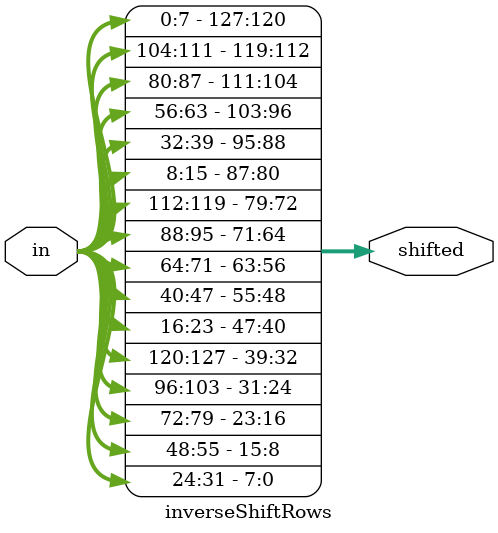
<source format=v>
module inverseShiftRows (in, shifted);
	input [0:127] in;
	output [0:127] shifted;
	
	// First row (r = 0) is not shifted
	assign shifted[0+:8] = in[0+:8];
	assign shifted[32+:8] = in[32+:8];
	assign shifted[64+:8] = in[64+:8];
   assign shifted[96+:8] = in[96+:8];
	
	// Second row (r = 1) is cyclically right shifted by 1 offset
   assign shifted[8+:8] = in[104+:8];
   assign shifted[40+:8] = in[8+:8];
   assign shifted[72+:8] = in[40+:8];
   assign shifted[104+:8] = in[72+:8];
	
	// Third row (r = 2) is cyclically right shifted by 2 offsets
   assign shifted[16+:8] = in[80+:8];
   assign shifted[48+:8] = in[112+:8];
   assign shifted[80+:8] = in[16+:8];
   assign shifted[112+:8] = in[48+:8];
	
	// Fourth row (r = 3) is cyclically right shifted by 3 offsets
   assign shifted[24+:8] = in[56+:8];
   assign shifted[56+:8] = in[88+:8];
   assign shifted[88+:8] = in[120+:8];
   assign shifted[120+:8] = in[24+:8];

endmodule


</source>
